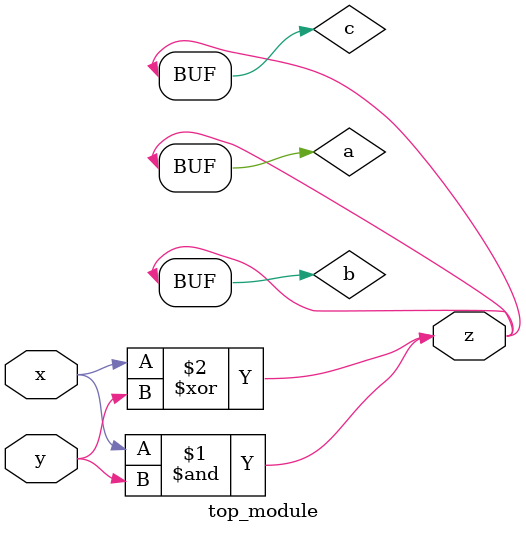
<source format=sv>
module top_module(
  input x,
  input y,
  output z);

  wire a, b, c;

  // First gate
  and gate1(a, x, y);     // a = x AND y

  // Second gate
  xor gate2(b, x, y);      // b = x XOR y

  // Third gate
  or gate3(z, a, b);      // z = a OR b


  // Add a buffer to propagate the values of a and b to the third gate
  buf buf_a(a, c);
  buf buf_b(b, c);

  // Add another buffer to propagate the value of c to z
  buf buf_z(c, z);

endmodule

</source>
